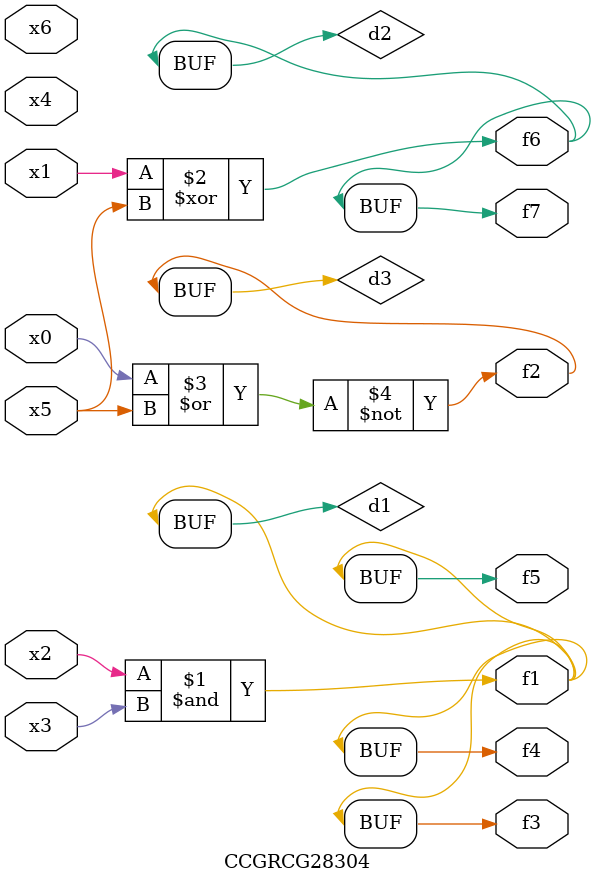
<source format=v>
module CCGRCG28304(
	input x0, x1, x2, x3, x4, x5, x6,
	output f1, f2, f3, f4, f5, f6, f7
);

	wire d1, d2, d3;

	and (d1, x2, x3);
	xor (d2, x1, x5);
	nor (d3, x0, x5);
	assign f1 = d1;
	assign f2 = d3;
	assign f3 = d1;
	assign f4 = d1;
	assign f5 = d1;
	assign f6 = d2;
	assign f7 = d2;
endmodule

</source>
